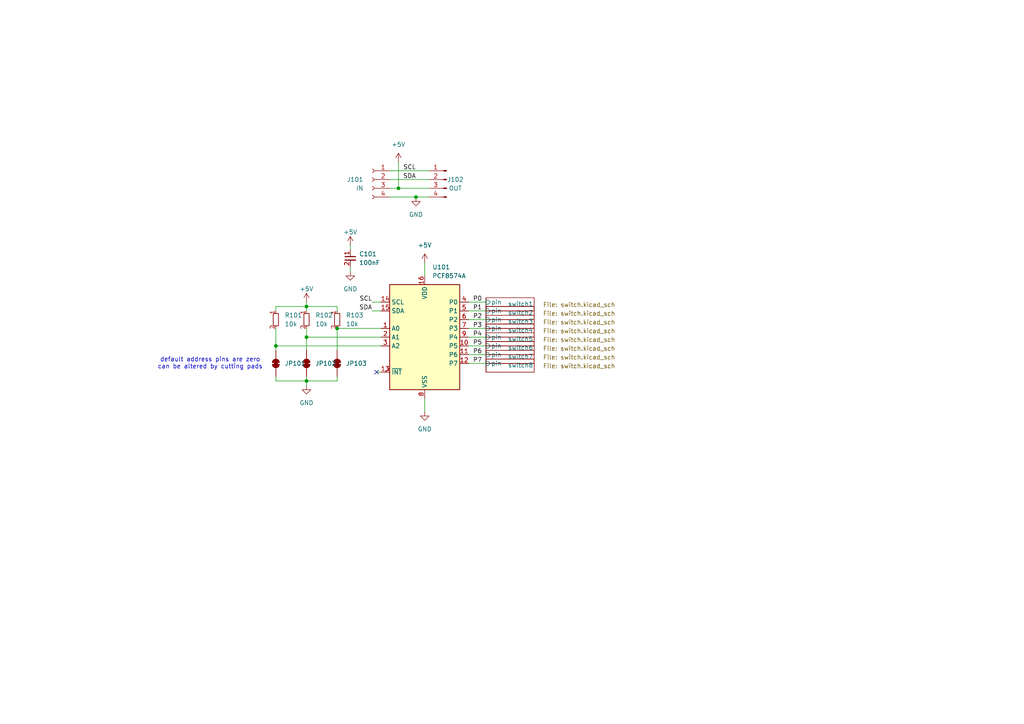
<source format=kicad_sch>
(kicad_sch (version 20231120) (generator "eeschema") (generator_version "8.0")
  (paper "A4")
  (lib_symbols
    (symbol "Connector:Conn_01x04_Pin" (pin_names (offset 1.016) hide)
      (property "Reference" "J" (at 0 5.08 0))
      (property "Value" "Conn_01x04_Pin" (at 0 -7.62 0))
      (symbol "Conn_01x04_Pin_1_1"
        (polyline (pts (xy 1.27 -5.08) (xy 0.8636 -5.08)) (stroke (width 0.1524)))
        (polyline (pts (xy 1.27 -2.54) (xy 0.8636 -2.54)) (stroke (width 0.1524)))
        (polyline (pts (xy 1.27 0) (xy 0.8636 0)) (stroke (width 0.1524)))
        (polyline (pts (xy 1.27 2.54) (xy 0.8636 2.54)) (stroke (width 0.1524)))
        (rectangle (start 0.8636 -4.953) (end 0 -5.207) (stroke (width 0.1524)) (fill (type outline)))
        (rectangle (start 0.8636 -2.413) (end 0 -2.667) (stroke (width 0.1524)) (fill (type outline)))
        (rectangle (start 0.8636 0.127) (end 0 -0.127) (stroke (width 0.1524)) (fill (type outline)))
        (rectangle (start 0.8636 2.667) (end 0 2.413) (stroke (width 0.1524)) (fill (type outline)))
        (pin passive line (at 5.08 2.54 180) (length 3.81) (name "Pin_1") (number "1"))
        (pin passive line (at 5.08 0 180) (length 3.81) (name "Pin_2") (number "2"))
        (pin passive line (at 5.08 -2.54 180) (length 3.81) (name "Pin_3") (number "3"))
        (pin passive line (at 5.08 -5.08 180) (length 3.81) (name "Pin_4") (number "4"))
      )
    )
    (symbol "Connector:Conn_01x04_Socket" (pin_names (offset 1.016) hide)
      (property "Reference" "J" (at 0 5.08 0))
      (property "Value" "Conn_01x04_Socket" (at 0 -7.62 0))
      (symbol "Conn_01x04_Socket_1_1"
        (arc (start 0 -4.572) (mid -0.5058 -5.08) (end 0 -5.588) (stroke (width 0.1524)))
        (arc (start 0 -2.032) (mid -0.5058 -2.54) (end 0 -3.048) (stroke (width 0.1524)))
        (polyline (pts (xy -1.27 -5.08) (xy -0.508 -5.08)) (stroke (width 0.1524)))
        (polyline (pts (xy -1.27 -2.54) (xy -0.508 -2.54)) (stroke (width 0.1524)))
        (polyline (pts (xy -1.27 0) (xy -0.508 0)) (stroke (width 0.1524)))
        (polyline (pts (xy -1.27 2.54) (xy -0.508 2.54)) (stroke (width 0.1524)))
        (arc (start 0 0.508) (mid -0.5058 0) (end 0 -0.508) (stroke (width 0.1524)))
        (arc (start 0 3.048) (mid -0.5058 2.54) (end 0 2.032) (stroke (width 0.1524)))
        (pin passive line (at -5.08 2.54 0) (length 3.81) (name "Pin_1") (number "1"))
        (pin passive line (at -5.08 0 0) (length 3.81) (name "Pin_2") (number "2"))
        (pin passive line (at -5.08 -2.54 0) (length 3.81) (name "Pin_3") (number "3"))
        (pin passive line (at -5.08 -5.08 0) (length 3.81) (name "Pin_4") (number "4"))
      )
    )
    (symbol "Interface_Expansion:PCF8574A"
      (property "Reference" "U" (at -8.89 16.51 0))
      (property "Value" "PCF8574A" (at 2.54 16.51 0))
      (symbol "PCF8574A_0_1"
        (rectangle (start -10.16 15.24) (end 10.16 -15.24) (stroke (width 0.254)) (fill (type background)))
      )
      (symbol "PCF8574A_1_1"
        (pin input line (at -12.7 2.54 0) (length 2.54) (name "A0") (number "1"))
        (pin bidirectional line (at 12.7 -2.54 180) (length 2.54) (name "P5") (number "10"))
        (pin bidirectional line (at 12.7 -5.08 180) (length 2.54) (name "P6") (number "11"))
        (pin bidirectional line (at 12.7 -7.62 180) (length 2.54) (name "P7") (number "12"))
        (pin open_collector output_low (at -12.7 -10.16 0) (length 2.54) (name "~{INT}") (number "13"))
        (pin input line (at -12.7 10.16 0) (length 2.54) (name "SCL") (number "14"))
        (pin bidirectional line (at -12.7 7.62 0) (length 2.54) (name "SDA") (number "15"))
        (pin power_in line (at 0 17.78 270) (length 2.54) (name "VDD") (number "16"))
        (pin input line (at -12.7 0 0) (length 2.54) (name "A1") (number "2"))
        (pin input line (at -12.7 -2.54 0) (length 2.54) (name "A2") (number "3"))
        (pin bidirectional line (at 12.7 10.16 180) (length 2.54) (name "P0") (number "4"))
        (pin bidirectional line (at 12.7 7.62 180) (length 2.54) (name "P1") (number "5"))
        (pin bidirectional line (at 12.7 5.08 180) (length 2.54) (name "P2") (number "6"))
        (pin bidirectional line (at 12.7 2.54 180) (length 2.54) (name "P3") (number "7"))
        (pin power_in line (at 0 -17.78 90) (length 2.54) (name "VSS") (number "8"))
        (pin bidirectional line (at 12.7 0 180) (length 2.54) (name "P4") (number "9"))
      )
    )
    (symbol "Jumper:SolderJumper_2_Bridged" (pin_numbers hide) (pin_names (offset 0) hide) (exclude_from_sim yes) (in_bom no)
      (property "Reference" "JP" (at 0 2.032 0))
      (property "Value" "SolderJumper_2_Bridged" (at 0 -2.54 0))
      (symbol "SolderJumper_2_Bridged_0_1"
        (rectangle (start -0.508 0.508) (end 0.508 -0.508) (fill (type outline)))
        (arc (start -0.254 1.016) (mid -1.2656 0) (end -0.254 -1.016))
        (arc (start -0.254 1.016) (mid -1.2656 0) (end -0.254 -1.016) (fill (type outline)))
        (polyline (pts (xy -0.254 1.016) (xy -0.254 -1.016)))
        (polyline (pts (xy 0.254 1.016) (xy 0.254 -1.016)))
        (arc (start 0.254 -1.016) (mid 1.2656 0) (end 0.254 1.016))
        (arc (start 0.254 -1.016) (mid 1.2656 0) (end 0.254 1.016) (fill (type outline)))
      )
      (symbol "SolderJumper_2_Bridged_1_1"
        (pin passive line (at -3.81 0 0) (length 2.54) (name "A") (number "1"))
        (pin passive line (at 3.81 0 180) (length 2.54) (name "B") (number "2"))
      )
    )
    (symbol "capacitor_miscellaneous:C_0603_100nF"
      (property "Reference" "C" (at 1.27 2.54 0))
      (property "Value" "100nF" (at 3.81 -2.54 0))
      (symbol "C_0603_100nF_0_1"
        (polyline (pts (xy -1.524 -0.508) (xy 1.524 -0.508)) (stroke (width 0.3302)))
        (polyline (pts (xy -1.524 0.508) (xy 1.524 0.508)) (stroke (width 0.3048)))
      )
      (symbol "C_0603_100nF_1_1"
        (pin passive line (at 0 2.54 270) (length 2.032) (name "~") (number "1"))
        (pin passive line (at 0 -2.54 90) (length 2.032) (name "~") (number "2"))
      )
    )
    (symbol "power:+5V" (power) (pin_numbers hide) (pin_names (offset 0) hide)
      (property "Value" "+5V" (at 0 3.556 0))
      (symbol "+5V_0_1"
        (polyline (pts (xy -0.762 1.27) (xy 0 2.54)))
        (polyline (pts (xy 0 0) (xy 0 2.54)))
        (polyline (pts (xy 0 2.54) (xy 0.762 1.27)))
      )
      (symbol "+5V_1_1"
        (pin power_in line (at 0 0 90) (length 0) (name "~") (number "1"))
      )
    )
    (symbol "power:GND" (power) (pin_numbers hide) (pin_names (offset 0) hide)
      (property "Value" "GND" (at 0 -3.81 0))
      (symbol "GND_0_1"
        (polyline (pts (xy 0 0) (xy 0 -1.27) (xy 1.27 -1.27) (xy 0 -2.54) (xy -1.27 -1.27) (xy 0 -1.27)))
      )
      (symbol "GND_1_1"
        (pin power_in line (at 0 0 270) (length 0) (name "~") (number "1"))
      )
    )
    (symbol "resistors_0603:R_10k_0603"
      (property "Reference" "R" (at 1.27 2.54 0))
      (property "Value" "10k" (at 2.54 -2.54 0))
      (symbol "R_10k_0603_0_1"
        (rectangle (start -0.762 1.778) (end 0.762 -1.778) (stroke (width 0.2032)))
      )
      (symbol "R_10k_0603_1_1"
        (pin passive line (at 0 2.54 270) (length 0.762) (name "~") (number "1"))
        (pin passive line (at 0 -2.54 90) (length 0.762) (name "~") (number "2"))
      )
    )
  )
  (junction (at 97.79 95.25))
  (junction (at 115.57 54.61))
  (junction (at 88.9 110.49))
  (junction (at 88.9 88.9))
  (junction (at 88.9 97.79))
  (junction (at 80.01 100.33))
  (junction (at 120.65 57.15))
  (no_connect (at 109.22 107.95))
  (wire (pts (xy 107.95 90.17) (xy 110.49 90.17)))
  (wire (pts (xy 101.6 77.47) (xy 101.6 78.74)))
  (wire (pts (xy 97.79 95.25) (xy 110.49 95.25)))
  (wire (pts (xy 113.03 52.07) (xy 124.46 52.07)))
  (wire (pts (xy 135.89 102.87) (xy 140.97 102.87)))
  (wire (pts (xy 88.9 110.49) (xy 80.01 110.49)))
  (wire (pts (xy 120.65 57.15) (xy 124.46 57.15)))
  (wire (pts (xy 97.79 90.17) (xy 97.79 88.9)))
  (wire (pts (xy 80.01 88.9) (xy 80.01 90.17)))
  (wire (pts (xy 135.89 92.71) (xy 140.97 92.71)))
  (wire (pts (xy 88.9 88.9) (xy 80.01 88.9)))
  (wire (pts (xy 135.89 87.63) (xy 140.97 87.63)))
  (wire (pts (xy 88.9 97.79) (xy 88.9 101.6)))
  (wire (pts (xy 123.19 76.2) (xy 123.19 80.01)))
  (wire (pts (xy 115.57 46.99) (xy 115.57 54.61)))
  (wire (pts (xy 88.9 110.49) (xy 88.9 111.76)))
  (wire (pts (xy 135.89 97.79) (xy 140.97 97.79)))
  (wire (pts (xy 80.01 100.33) (xy 110.49 100.33)))
  (wire (pts (xy 113.03 57.15) (xy 120.65 57.15)))
  (wire (pts (xy 110.49 97.79) (xy 88.9 97.79)))
  (wire (pts (xy 135.89 95.25) (xy 140.97 95.25)))
  (wire (pts (xy 135.89 100.33) (xy 140.97 100.33)))
  (wire (pts (xy 115.57 54.61) (xy 124.46 54.61)))
  (wire (pts (xy 88.9 90.17) (xy 88.9 88.9)))
  (wire (pts (xy 80.01 110.49) (xy 80.01 109.22)))
  (wire (pts (xy 135.89 90.17) (xy 140.97 90.17)))
  (wire (pts (xy 80.01 95.25) (xy 80.01 100.33)))
  (wire (pts (xy 109.22 107.95) (xy 110.49 107.95)))
  (wire (pts (xy 88.9 97.79) (xy 88.9 95.25)))
  (wire (pts (xy 123.19 115.57) (xy 123.19 119.38)))
  (wire (pts (xy 88.9 110.49) (xy 97.79 110.49)))
  (wire (pts (xy 97.79 95.25) (xy 97.79 101.6)))
  (wire (pts (xy 88.9 109.22) (xy 88.9 110.49)))
  (wire (pts (xy 88.9 87.63) (xy 88.9 88.9)))
  (wire (pts (xy 97.79 109.22) (xy 97.79 110.49)))
  (wire (pts (xy 113.03 54.61) (xy 115.57 54.61)))
  (wire (pts (xy 101.6 71.12) (xy 101.6 72.39)))
  (wire (pts (xy 80.01 100.33) (xy 80.01 101.6)))
  (wire (pts (xy 97.79 88.9) (xy 88.9 88.9)))
  (wire (pts (xy 107.95 87.63) (xy 110.49 87.63)))
  (wire (pts (xy 135.89 105.41) (xy 140.97 105.41)))
  (wire (pts (xy 113.03 49.53) (xy 124.46 49.53)))
  (text "default address pins are zero\ncan be altered by cutting pads" (at 60.96 105.41 0) (effects (font (size 1.27 1.27))))
  (label "P3" (at 137.16 95.25 0))
  (label "P7" (at 137.16 105.41 0))
  (label "SDA" (at 107.95 90.17 180))
  (label "SCL" (at 107.95 87.63 180))
  (label "P2" (at 137.16 92.71 0))
  (label "SCL" (at 120.65 49.53 180))
  (label "P1" (at 137.16 90.17 0))
  (label "SDA" (at 120.65 52.07 180))
  (label "P4" (at 137.16 97.79 0))
  (label "P6" (at 137.16 102.87 0))
  (label "P0" (at 137.16 87.63 0))
  (label "P5" (at 137.16 100.33 0))
  (symbol (lib_id "power:GND") (at 101.6 78.74 0) (unit 1)
    (property "Reference" "#PWR0104" (effects (hide yes)))
    (property "Value" "GND" (at 101.6 83.82 0))
    (property "Description" "Power symbol creates a global label with name \"GND\" , ground" (effects (hide yes)))
  )
  (symbol (lib_id "resistors_0603:R_10k_0603") (at 97.79 92.71 0) (unit 1)
    (property "Reference" "R103" (at 100.33 91.4399 0) (effects (justify left)))
    (property "Value" "10k" (at 100.33 93.9799 0) (effects (justify left)))
    (property "Footprint" "custom_kicad_lib_sk:R_0603_smalltext" (effects (hide yes)))
    (property "JLCPCB Part#" "C25804" (effects (hide yes)))
  )
  (symbol (lib_id "Jumper:SolderJumper_2_Bridged") (at 88.9 105.41 90) (unit 1) (exclude_from_sim yes) (in_bom no)
    (property "Reference" "JP102" (at 91.44 105.4099 90) (effects (justify right)))
    (property "Value" "SolderJumper_2_Bridged" (effects (hide yes)))
    (property "Footprint" "Jumper:SolderJumper-2_P1.3mm_Bridged_RoundedPad1.0x1.5mm" (effects (hide yes)))
    (property "Description" "Solder Jumper, 2-pole, closed/bridged" (effects (hide yes)))
  )
  (symbol (lib_id "capacitor_miscellaneous:C_0603_100nF") (at 101.6 74.93 0) (unit 1)
    (property "Reference" "C101" (at 104.14 73.6662 0) (effects (justify left)))
    (property "Value" "100nF" (at 104.14 76.2062 0) (effects (justify left)))
    (property "Footprint" "Capacitor_SMD:C_0603_1608Metric" (effects (hide yes)))
    (property "JLCPCB Part#" "C14663" (effects (hide yes)))
  )
  (symbol (lib_id "Connector:Conn_01x04_Socket") (at 107.95 52.07 0) (mirror y) (unit 1)
    (property "Reference" "J101" (at 105.41 52.07 0) (effects (justify left)))
    (property "Value" "IN" (at 105.41 54.61 0) (effects (justify left)))
    (property "Footprint" "Connector_PinSocket_2.54mm:PinSocket_1x04_P2.54mm_Horizontal" (effects (hide yes)))
    (property "Description" "Generic connector, single row, 01x04, script generated" (effects (hide yes)))
  )
  (symbol (lib_id "power:+5V") (at 123.19 76.2 0) (unit 1)
    (property "Reference" "#PWR0101" (effects (hide yes)))
    (property "Value" "+5V" (at 123.19 71.12 0))
    (property "Description" "Power symbol creates a global label with name \"+5V\"" (effects (hide yes)))
  )
  (symbol (lib_id "power:GND") (at 120.65 57.15 0) (unit 1)
    (property "Reference" "#PWR0107" (effects (hide yes)))
    (property "Value" "GND" (at 120.65 62.23 0))
    (property "Description" "Power symbol creates a global label with name \"GND\" , ground" (effects (hide yes)))
  )
  (symbol (lib_id "power:+5V") (at 101.6 71.12 0) (unit 1)
    (property "Reference" "#PWR0103" (effects (hide yes)))
    (property "Value" "+5V" (at 101.6 67.31 0))
    (property "Description" "Power symbol creates a global label with name \"+5V\"" (effects (hide yes)))
  )
  (symbol (lib_id "power:+5V") (at 88.9 87.63 0) (unit 1)
    (property "Reference" "#PWR0105" (effects (hide yes)))
    (property "Value" "+5V" (at 88.9 83.82 0))
    (property "Description" "Power symbol creates a global label with name \"+5V\"" (effects (hide yes)))
  )
  (symbol (lib_id "power:+5V") (at 115.57 46.99 0) (unit 1)
    (property "Reference" "#PWR0108" (effects (hide yes)))
    (property "Value" "+5V" (at 115.57 41.91 0))
    (property "Description" "Power symbol creates a global label with name \"+5V\"" (effects (hide yes)))
  )
  (symbol (lib_id "Connector:Conn_01x04_Pin") (at 129.54 52.07 0) (mirror y) (unit 1)
    (property "Reference" "J102" (at 132.08 52.07 0))
    (property "Value" "OUT" (at 132.08 54.61 0))
    (property "Footprint" "Connector_PinHeader_2.54mm:PinHeader_1x04_P2.54mm_Horizontal" (effects (hide yes)))
    (property "Description" "Generic connector, single row, 01x04, script generated" (effects (hide yes)))
  )
  (symbol (lib_id "Jumper:SolderJumper_2_Bridged") (at 80.01 105.41 90) (unit 1) (exclude_from_sim yes) (in_bom no)
    (property "Reference" "JP101" (at 82.55 105.4099 90) (effects (justify right)))
    (property "Value" "SolderJumper_2_Bridged" (effects (hide yes)))
    (property "Footprint" "Jumper:SolderJumper-2_P1.3mm_Bridged_RoundedPad1.0x1.5mm" (effects (hide yes)))
    (property "Description" "Solder Jumper, 2-pole, closed/bridged" (effects (hide yes)))
  )
  (symbol (lib_id "resistors_0603:R_10k_0603") (at 80.01 92.71 0) (unit 1)
    (property "Reference" "R101" (at 82.55 91.4399 0) (effects (justify left)))
    (property "Value" "10k" (at 82.55 93.9799 0) (effects (justify left)))
    (property "Footprint" "custom_kicad_lib_sk:R_0603_smalltext" (effects (hide yes)))
    (property "JLCPCB Part#" "C25804" (effects (hide yes)))
  )
  (symbol (lib_id "power:GND") (at 88.9 111.76 0) (unit 1)
    (property "Reference" "#PWR0106" (effects (hide yes)))
    (property "Value" "GND" (at 88.9 116.84 0))
    (property "Description" "Power symbol creates a global label with name \"GND\" , ground" (effects (hide yes)))
  )
  (symbol (lib_id "Interface_Expansion:PCF8574A") (at 123.19 97.79 0) (unit 1)
    (property "Reference" "U101" (at 125.3841 77.47 0) (effects (justify left)))
    (property "Value" "PCF8574A" (at 125.3841 80.01 0) (effects (justify left)))
    (property "Footprint" "Package_SO:SOP-16_4.55x10.3mm_P1.27mm" (effects (hide yes)))
    (property "Datasheet" "http://www.nxp.com/docs/en/data-sheet/PCF8574_PCF8574A.pdf" (effects (hide yes)))
    (property "Description" "8 Bit Port/Expander to I2C Bus, DIP/SOIC-16" (effects (hide yes)))
    (property "JLCPCB Part#" "C2987288" (effects (hide yes)))
  )
  (symbol (lib_id "resistors_0603:R_10k_0603") (at 88.9 92.71 0) (unit 1)
    (property "Reference" "R102" (at 91.44 91.4399 0) (effects (justify left)))
    (property "Value" "10k" (at 91.44 93.9799 0) (effects (justify left)))
    (property "Footprint" "custom_kicad_lib_sk:R_0603_smalltext" (effects (hide yes)))
    (property "JLCPCB Part#" "C25804" (effects (hide yes)))
  )
  (symbol (lib_id "power:GND") (at 123.19 119.38 0) (unit 1)
    (property "Reference" "#PWR0102" (effects (hide yes)))
    (property "Value" "GND" (at 123.19 124.46 0))
    (property "Description" "Power symbol creates a global label with name \"GND\" , ground" (effects (hide yes)))
  )
  (symbol (lib_id "Jumper:SolderJumper_2_Bridged") (at 97.79 105.41 90) (unit 1) (exclude_from_sim yes) (in_bom no)
    (property "Reference" "JP103" (at 100.33 105.4099 90) (effects (justify right)))
    (property "Value" "SolderJumper_2_Bridged" (effects (hide yes)))
    (property "Footprint" "Jumper:SolderJumper-2_P1.3mm_Bridged_RoundedPad1.0x1.5mm" (effects (hide yes)))
    (property "Description" "Solder Jumper, 2-pole, closed/bridged" (effects (hide yes)))
  )
  (sheet (at 140.97 86.36) (size 13.97 3.81) (stroke (width 0.1524))
    (property "Sheetname" "switch1" (at 147.32 88.9 0) (effects (justify left bottom)))
    (property "Sheetfile" "switch.kicad_sch" (at 157.48 87.63 0) (effects (justify left top)))
    (pin "pin" input (at 140.97 87.63 180))
  )
  (sheet (at 140.97 96.52) (size 13.97 3.81) (stroke (width 0.1524))
    (property "Sheetname" "switch5" (at 147.32 99.06 0) (effects (justify left bottom)))
    (property "Sheetfile" "switch.kicad_sch" (at 157.48 97.79 0) (effects (justify left top)))
    (pin "pin" input (at 140.97 97.79 180))
  )
  (sheet (at 140.97 99.06) (size 13.97 3.81) (stroke (width 0.1524))
    (property "Sheetname" "switch6" (at 147.32 101.6 0) (effects (justify left bottom)))
    (property "Sheetfile" "switch.kicad_sch" (at 157.48 100.33 0) (effects (justify left top)))
    (pin "pin" input (at 140.97 100.33 180))
  )
  (sheet (at 140.97 91.44) (size 13.97 3.81) (stroke (width 0.1524))
    (property "Sheetname" "switch3" (at 147.32 93.98 0) (effects (justify left bottom)))
    (property "Sheetfile" "switch.kicad_sch" (at 157.48 92.71 0) (effects (justify left top)))
    (pin "pin" input (at 140.97 92.71 180))
  )
  (sheet (at 140.97 104.14) (size 13.97 3.81) (stroke (width 0.1524))
    (property "Sheetname" "switch8" (at 147.32 106.68 0) (effects (justify left bottom)))
    (property "Sheetfile" "switch.kicad_sch" (at 157.48 105.41 0) (effects (justify left top)))
    (pin "pin" input (at 140.97 105.41 180))
  )
  (sheet (at 140.97 101.6) (size 13.97 3.81) (stroke (width 0.1524))
    (property "Sheetname" "switch7" (at 147.32 104.14 0) (effects (justify left bottom)))
    (property "Sheetfile" "switch.kicad_sch" (at 157.48 102.87 0) (effects (justify left top)))
    (pin "pin" input (at 140.97 102.87 180))
  )
  (sheet (at 140.97 88.9) (size 13.97 3.81) (stroke (width 0.1524))
    (property "Sheetname" "switch2" (at 147.32 91.44 0) (effects (justify left bottom)))
    (property "Sheetfile" "switch.kicad_sch" (at 157.48 90.17 0) (effects (justify left top)))
    (pin "pin" input (at 140.97 90.17 180))
  )
  (sheet (at 140.97 93.98) (size 13.97 3.81) (stroke (width 0.1524))
    (property "Sheetname" "switch4" (at 147.32 96.52 0) (effects (justify left bottom)))
    (property "Sheetfile" "switch.kicad_sch" (at 157.48 95.25 0) (effects (justify left top)))
    (pin "pin" input (at 140.97 95.25 180))
  )
)
</source>
